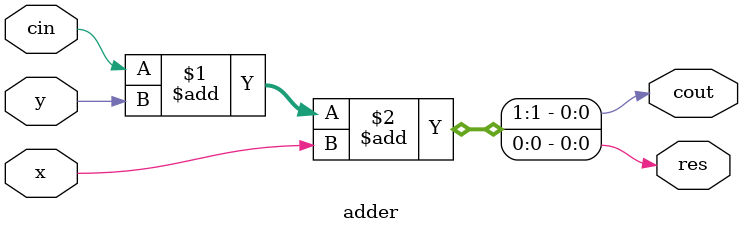
<source format=v>
module adder(input x, input y, input cin, output res, output cout);

  assign {cout, res} = cin + y + x;

endmodule

</source>
